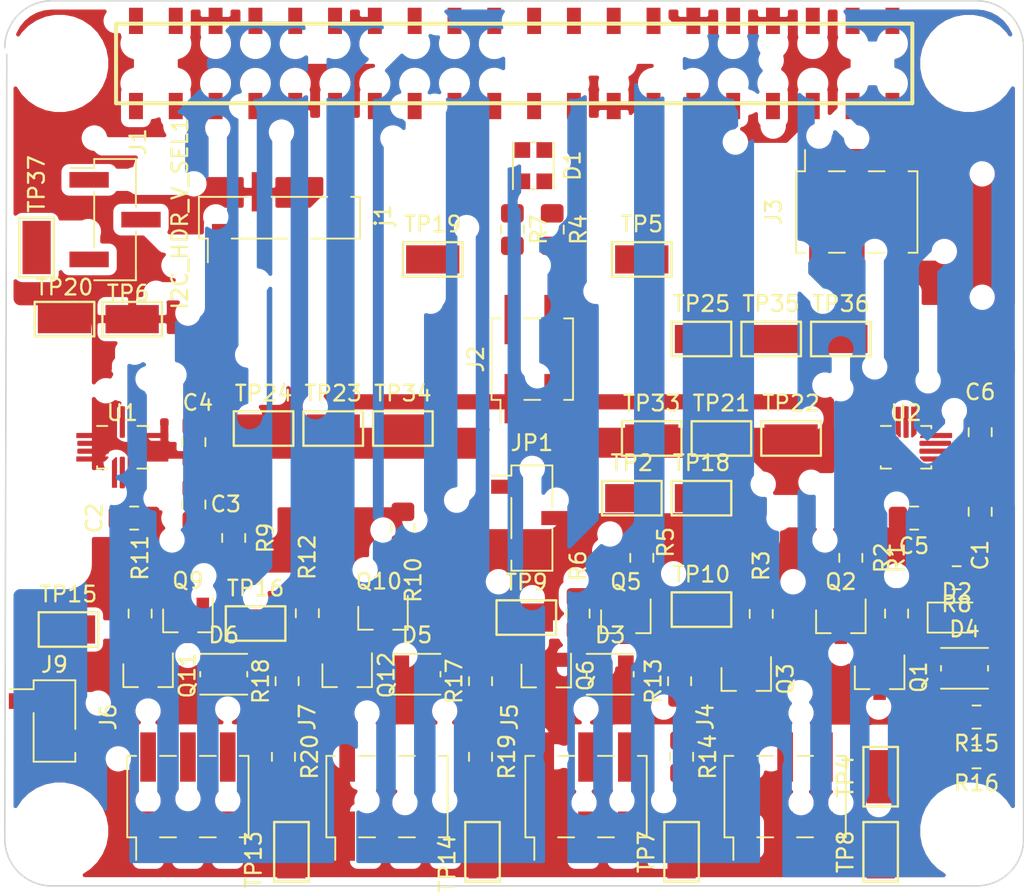
<source format=kicad_pcb>
(kicad_pcb (version 20171130) (host pcbnew 5.1.8+dfsg1-1)
  (layers (0 F.Cu signal) (31 B.Cu signal) (34 B.Paste user) (35 F.Paste user) (36 B.SilkS user) (37 F.SilkS user) (38 B.Mask user hide) (39 F.Mask user) (44 Edge.Cuts user))
  (net 0 "")
  (net 1 "Net-(J1-Pad3)")
  (net 2 "Net-(J1-Pad5)")
  (net 3 +3V3)
  (net 4 GND)
  (net 5 /sensors/SENSE_1_POWER)
  (net 6 SPI_0_CE_0)
  (net 7 SPI_0_CE_1)
  (net 8 +5V)
  (net 9 SPI_0_CLK)
  (net 10 SPI_0_MISO)
  (net 11 SPI_0_MOSI)
  (net 12 MOTOR_4_DIRECTION)
  (net 13 MOTOR_4_STEP)
  (net 14 MOTOR_1_STEP)
  (net 15 MOTOR_3_STEP)
  (net 16 MOTOR_3_DIRECTION)
  (net 17 MOTOR_2_STEP)
  (net 18 MOTOR_1_DIRECTION)
  (net 19 MOTOR_2_DIRECTION)
  (net 20 "Net-(Q1-Pad1)")
  (net 21 "Net-(Q2-Pad1)")
  (net 22 "Net-(Q3-Pad1)")
  (net 23 "Net-(Q5-Pad1)")
  (net 24 "Net-(Q6-Pad1)")
  (net 25 "Net-(Q9-Pad1)")
  (net 26 "Net-(Q10-Pad1)")
  (net 27 "Net-(Q11-Pad1)")
  (net 28 "Net-(Q12-Pad1)")
  (net 29 VD)
  (net 30 VS)
  (net 31 SENSE_2_INT_1)
  (net 32 SENSE_1_INT_1)
  (net 33 /sensors/SENSE_2_POWER)
  (net 34 SENSE_2_INT_2)
  (net 35 SENSE_1_INT_2)
  (net 36 "Net-(I2C_HDR_V_SEL1-Pad2)")
  (net 37 "Net-(D1-Pad3)")
  (net 38 "Net-(D1-Pad4)")
  (net 39 MOTOR_EN_OUT)
  (net 40 "Net-(D2-Pad2)")
  (net 41 "Net-(D3-Pad4)")
  (net 42 "Net-(D3-Pad2)")
  (net 43 "Net-(D3-Pad3)")
  (net 44 "Net-(D3-Pad1)")
  (net 45 "Net-(D4-Pad4)")
  (net 46 "Net-(D4-Pad2)")
  (net 47 "Net-(D4-Pad3)")
  (net 48 "Net-(D4-Pad1)")
  (net 49 "Net-(D5-Pad4)")
  (net 50 "Net-(D5-Pad2)")
  (net 51 "Net-(D5-Pad3)")
  (net 52 "Net-(D5-Pad1)")
  (net 53 "Net-(D6-Pad1)")
  (net 54 "Net-(D6-Pad3)")
  (net 55 "Net-(D6-Pad2)")
  (net 56 "Net-(D6-Pad4)")
  (net 57 MOTOR_EN)
  (module RPi_Hat_Template:LGA-14_3x2.5mm_P0.5mm_LayoutBorder3x4y_for_6mil_board (layer F.Cu) (at 57.5 28.5)
    (fp_text reference U2 (at 0 -2.2) (layer F.SilkS))
    (fp_text value LSM6DS3)
    (pad 14 smd custom (at -0.5 -0.9125) (size 0.1778 0.1778) (layers F.Cu F.Paste F.Mask) (net 11 SPI_0_MOSI) (clearance 0.1524) (options (clearance outline) (anchor circle)) (primitives (gr_poly (pts (xy -0.125 -1.6375) (xy 0.125 -1.6375) (xy 0.125 0.2375) (xy 0.081066 0.2375) (xy -0.125 0.031434)) (width 0.0762))))
    (pad 13 smd roundrect (at 0 -1.6125) (size 0.3302 2.025) (layers F.Cu F.Paste F.Mask) (net 9 SPI_0_CLK) (clearance 0.1524))
    (pad 12 smd custom (at 0.5 -0.9125) (size 0.223223 0.223223) (layers F.Cu F.Paste F.Mask) (net 7 SPI_0_CE_1) (options (clearance outline) (anchor circle)) (primitives (gr_poly (pts (xy -0.125 -1.6375) (xy 0.125 -1.6375) (xy 0.125 0.031434) (xy -0.081066 0.2375) (xy -0.125 0.2375)) (width 0.0992))))
    (pad 11 smd custom (at 1.1625 -0.75) (size 0.223223 0.223223) (layers F.Cu F.Paste F.Mask) (options (clearance outline) (anchor circle)) (primitives (gr_poly (pts (xy -0.2375 0.081066) (xy -0.031434 -0.125) (xy 1.7375 -0.125) (xy 1.7375 0.125) (xy -0.2375 0.125)) (width 0.0762))))
    (pad 10 smd roundrect (at 1.8625 -0.25) (size 2.025 0.3302) (layers F.Cu F.Paste F.Mask))
    (pad 9 smd roundrect (at 1.8625 0.25) (size 2.025 0.3302) (layers F.Cu F.Paste F.Mask) (net 34 SENSE_2_INT_2))
    (pad 8 smd custom (at 1.1625 0.75) (size 0.223223 0.223223) (layers F.Cu F.Paste F.Mask) (net 33 /sensors/SENSE_2_POWER) (options (clearance outline) (anchor circle)) (primitives (gr_poly (pts (xy -0.2375 -0.125) (xy 1.7375 -0.125) (xy 1.7375 0.125) (xy -0.031434 0.125) (xy -0.2375 -0.081066)) (width 0.0762))))
    (pad 7 smd custom (at 0.5 0.9125) (size 0.223223 0.223223) (layers F.Cu F.Paste F.Mask) (net 4 GND) (options (clearance outline) (anchor circle)) (primitives (gr_poly (pts (xy -0.125 -0.2375) (xy -0.081066 -0.2375) (xy 0.125 -0.031434) (xy 0.125 1.6375) (xy -0.125 1.6375)) (width 0.0762))))
    (pad 6 smd roundrect (at 0 1.6125) (size 0.3302 2.025) (layers F.Cu F.Paste F.Mask) (net 4 GND))
    (pad 5 smd custom (at -0.5 0.9125) (size 0.223223 0.223223) (layers F.Cu F.Paste F.Mask) (net 33 /sensors/SENSE_2_POWER) (options (clearance outline) (anchor circle)) (primitives (gr_poly (pts (xy -0.125 -0.031434) (xy 0.081066 -0.2375) (xy 0.125 -0.2375) (xy 0.125 1.6375) (xy -0.125 1.6375)) (width 0.0762))))
    (pad 4 smd custom (at -1.1625 0.75) (size 0.223223 0.223223) (layers F.Cu F.Paste F.Mask) (net 31 SENSE_2_INT_1) (options (clearance outline) (anchor circle)) (primitives (gr_poly (pts (xy -1.7375 -0.125) (xy 0.2375 -0.125) (xy 0.2375 -0.081066) (xy 0.031434 0.125) (xy -1.7375 0.125)) (width 0.0762))))
    (pad 3 smd roundrect (at -1.8625 0.25) (size 2.025 0.3302) (layers F.Cu F.Paste F.Mask) (net 4 GND))
    (pad 2 smd roundrect (at -1.8625 -0.25) (size 2.025 0.3302) (layers F.Cu F.Paste F.Mask) (net 4 GND))
    (pad 1 smd custom (at -1.1625 -0.75) (size 0.223223 0.223223) (layers F.Cu F.Paste F.Mask) (net 10 SPI_0_MISO) (options (clearance outline) (anchor circle)) (primitives (gr_poly (pts (xy -1.7375 -0.125) (xy 0.031434 -0.125) (xy 0.2375 0.081066) (xy 0.2375 0.125) (xy -1.7375 0.125)) (width 0.0762))))
  )
  (module RPi_Hat_Template:LGA-14_3x2.5mm_P0.5mm_LayoutBorder3x4y_for_6mil_board (layer F.Cu) (at 7.5 28.5)
    (fp_text reference U1 (at 0 -2.2) (layer F.SilkS))
    (fp_text value LSM6DS3)
    (pad 14 smd custom (at -0.5 -0.9125) (size 0.1778 0.1778) (layers F.Cu F.Paste F.Mask) (net 11 SPI_0_MOSI) (clearance 0.1524) (options (clearance outline) (anchor circle)) (primitives (gr_poly (pts (xy -0.125 -1.6375) (xy 0.125 -1.6375) (xy 0.125 0.2375) (xy 0.081066 0.2375) (xy -0.125 0.031434)) (width 0.0762))))
    (pad 13 smd roundrect (at 0 -1.6125) (size 0.3302 2.025) (layers F.Cu F.Paste F.Mask) (net 9 SPI_0_CLK) (clearance 0.1524))
    (pad 12 smd custom (at 0.5 -0.9125) (size 0.223223 0.223223) (layers F.Cu F.Paste F.Mask) (net 6 SPI_0_CE_0) (options (clearance outline) (anchor circle)) (primitives (gr_poly (pts (xy -0.125 -1.6375) (xy 0.125 -1.6375) (xy 0.125 0.031434) (xy -0.081066 0.2375) (xy -0.125 0.2375)) (width 0.0992))))
    (pad 11 smd custom (at 1.1625 -0.75) (size 0.223223 0.223223) (layers F.Cu F.Paste F.Mask) (options (clearance outline) (anchor circle)) (primitives (gr_poly (pts (xy -0.2375 0.081066) (xy -0.031434 -0.125) (xy 1.7375 -0.125) (xy 1.7375 0.125) (xy -0.2375 0.125)) (width 0.0762))))
    (pad 10 smd roundrect (at 1.8625 -0.25) (size 2.025 0.3302) (layers F.Cu F.Paste F.Mask))
    (pad 9 smd roundrect (at 1.8625 0.25) (size 2.025 0.3302) (layers F.Cu F.Paste F.Mask) (net 35 SENSE_1_INT_2))
    (pad 8 smd custom (at 1.1625 0.75) (size 0.223223 0.223223) (layers F.Cu F.Paste F.Mask) (net 5 /sensors/SENSE_1_POWER) (options (clearance outline) (anchor circle)) (primitives (gr_poly (pts (xy -0.2375 -0.125) (xy 1.7375 -0.125) (xy 1.7375 0.125) (xy -0.031434 0.125) (xy -0.2375 -0.081066)) (width 0.0762))))
    (pad 7 smd custom (at 0.5 0.9125) (size 0.223223 0.223223) (layers F.Cu F.Paste F.Mask) (net 4 GND) (options (clearance outline) (anchor circle)) (primitives (gr_poly (pts (xy -0.125 -0.2375) (xy -0.081066 -0.2375) (xy 0.125 -0.031434) (xy 0.125 1.6375) (xy -0.125 1.6375)) (width 0.0762))))
    (pad 6 smd roundrect (at 0 1.6125) (size 0.3302 2.025) (layers F.Cu F.Paste F.Mask) (net 4 GND))
    (pad 5 smd custom (at -0.5 0.9125) (size 0.223223 0.223223) (layers F.Cu F.Paste F.Mask) (net 5 /sensors/SENSE_1_POWER) (options (clearance outline) (anchor circle)) (primitives (gr_poly (pts (xy -0.125 -0.031434) (xy 0.081066 -0.2375) (xy 0.125 -0.2375) (xy 0.125 1.6375) (xy -0.125 1.6375)) (width 0.0762))))
    (pad 4 smd custom (at -1.1625 0.75) (size 0.223223 0.223223) (layers F.Cu F.Paste F.Mask) (net 32 SENSE_1_INT_1) (options (clearance outline) (anchor circle)) (primitives (gr_poly (pts (xy -1.7375 -0.125) (xy 0.2375 -0.125) (xy 0.2375 -0.081066) (xy 0.031434 0.125) (xy -1.7375 0.125)) (width 0.0762))))
    (pad 3 smd roundrect (at -1.8625 0.25) (size 2.025 0.3302) (layers F.Cu F.Paste F.Mask) (net 4 GND))
    (pad 2 smd roundrect (at -1.8625 -0.25) (size 2.025 0.3302) (layers F.Cu F.Paste F.Mask) (net 4 GND))
    (pad 1 smd custom (at -1.1625 -0.75) (size 0.223223 0.223223) (layers F.Cu F.Paste F.Mask) (net 10 SPI_0_MISO) (options (clearance outline) (anchor circle)) (primitives (gr_poly (pts (xy -1.7375 -0.125) (xy 0.031434 -0.125) (xy 0.2375 0.081066) (xy 0.2375 0.125) (xy -1.7375 0.125)) (width 0.0762))))
  )
  (module TestPoint:TestPoint_Keystone_5015_Micro-Minature (layer F.Cu) (at 44.45 21.59)
    (fp_text reference TP25 (at 0 -2.25) (layer F.SilkS))
    (fp_text value SEN1MISO_M)
    (pad 1 smd rect (at 0 0) (size 3.4 1.8) (layers F.Cu F.Paste F.Mask) (net 10 SPI_0_MISO))
  )
  (module TestPoint:TestPoint_Keystone_5015_Micro-Minature (layer F.Cu) (at 40.64 16.51)
    (fp_text reference TP5 (at 0 -2.25) (layer F.SilkS))
    (fp_text value SENSE_2_POWER)
    (pad 1 smd rect (at 0 0) (size 3.4 1.8) (layers F.Cu F.Paste F.Mask) (net 33 /sensors/SENSE_2_POWER))
  )
  (module Connector_PinSocket_2.54mm:PinSocket_2x03_P2.54mm_Vertical_SMD (layer F.Cu) (at 54.356 13.482 90)
    (fp_text reference J3 (at 0 -5.31 90) (layer F.SilkS))
    (fp_text value Conn_02x03_Odd_Even)
    (pad 6 smd rect (at -2.52 2.54 90) (size 3 1) (layers F.Cu F.Paste F.Mask) (net 11 SPI_0_MOSI))
    (pad 5 smd rect (at 2.52 2.54 90) (size 3 1) (layers F.Cu F.Paste F.Mask) (net 4 GND))
    (pad 4 smd rect (at -2.52 0 90) (size 3 1) (layers F.Cu F.Paste F.Mask) (net 9 SPI_0_CLK))
    (pad 3 smd rect (at 2.52 0 90) (size 3 1) (layers F.Cu F.Paste F.Mask) (net 7 SPI_0_CE_1))
    (pad 2 smd rect (at -2.52 -2.54 90) (size 3 1) (layers F.Cu F.Paste F.Mask) (net 10 SPI_0_MISO))
    (pad 1 smd rect (at 2.52 -2.54 90) (size 3 1) (layers F.Cu F.Paste F.Mask) (net 6 SPI_0_CE_0))
  )
  (module Connector_PinHeader_2.54mm:PinHeader_2x02_P2.54mm_Vertical_SMD (layer F.Cu) (at 33.655 22.875 90)
    (fp_text reference J2 (at 0 -3.6 90) (layer F.SilkS))
    (fp_text value SEN_POW_EN)
    (pad 4 smd rect (at 2.525 1.27 90) (size 3.15 1) (layers F.Cu F.Paste F.Mask) (net 33 /sensors/SENSE_2_POWER))
    (pad 3 smd rect (at -2.525 1.27 90) (size 3.15 1) (layers F.Cu F.Paste F.Mask) (net 3 +3V3))
    (pad 2 smd rect (at 2.525 -1.27 90) (size 3.15 1) (layers F.Cu F.Paste F.Mask) (net 5 /sensors/SENSE_1_POWER))
    (pad 1 smd rect (at -2.525 -1.27 90) (size 3.15 1) (layers F.Cu F.Paste F.Mask) (net 3 +3V3))
  )
  (module Connector_PinHeader_2.54mm:PinHeader_1x03_P2.54mm_Vertical_SMD_Pin1Left (layer F.Cu) (at 7.036 13.97)
    (fp_text reference I2C_HDR_V_SEL1 (at 4.14 -0.381 90) (layer F.SilkS))
    (fp_text value Jumper_3_Open)
    (pad 2 smd rect (at 1.655 0) (size 2.51 1) (layers F.Cu F.Paste F.Mask) (net 36 "Net-(I2C_HDR_V_SEL1-Pad2)"))
    (pad 3 smd rect (at -1.655 2.54) (size 2.51 1) (layers F.Cu F.Paste F.Mask) (net 8 +5V))
    (pad 1 smd rect (at -1.655 -2.54) (size 2.51 1) (layers F.Cu F.Paste F.Mask) (net 3 +3V3))
  )
  (module Capacitor_SMD:C_0805_2012Metric_Pad1.18x1.45mm_HandSolder (layer F.Cu) (at 62.23 27.5375 90)
    (fp_text reference C6 (at 2.5615 0 180) (layer F.SilkS))
    (fp_text value 0.1uF)
    (pad 2 smd roundrect (at 1.0375 0 90) (size 1.175 1.45) (layers F.Cu F.Paste F.Mask) (roundrect_rratio 0.2127659574468085) (net 4 GND))
    (pad 1 smd roundrect (at -1.0375 0 90) (size 1.175 1.45) (layers F.Cu F.Paste F.Mask) (roundrect_rratio 0.2127659574468085) (net 33 /sensors/SENSE_2_POWER))
  )
  (module Capacitor_SMD:C_0805_2012Metric_Pad1.18x1.45mm_HandSolder (layer F.Cu) (at 58.0175 33.02)
    (fp_text reference C5 (at -0.0215 1.778) (layer F.SilkS))
    (fp_text value 0.1uF)
    (pad 2 smd roundrect (at 1.0375 0) (size 1.175 1.45) (layers F.Cu F.Paste F.Mask) (roundrect_rratio 0.2127659574468085) (net 4 GND))
    (pad 1 smd roundrect (at -1.0375 0) (size 1.175 1.45) (layers F.Cu F.Paste F.Mask) (roundrect_rratio 0.2127659574468085) (net 33 /sensors/SENSE_2_POWER))
  )
  (module Capacitor_SMD:C_0805_2012Metric_Pad1.18x1.45mm_HandSolder (layer F.Cu) (at 62.23 32.6175 270)
    (fp_text reference C1 (at 2.7725 0 90) (layer F.SilkS))
    (fp_text value 10uF)
    (pad 2 smd roundrect (at 1.0375 0 270) (size 1.175 1.45) (layers F.Cu F.Paste F.Mask) (roundrect_rratio 0.2127659574468085) (net 4 GND))
    (pad 1 smd roundrect (at -1.0375 0 270) (size 1.175 1.45) (layers F.Cu F.Paste F.Mask) (roundrect_rratio 0.2127659574468085) (net 33 /sensors/SENSE_2_POWER))
  )
  (module RPi_Hat:Samtec_HLE-120-02-XXX-DV-BE-XX-XX (layer F.Cu) (at 32.5 4 90)
    (fp_text reference J1 (at -5 -24 90) (layer F.SilkS))
    (fp_text value RPi_GPIO)
    (pad 34 smd rect (at 2.7178 16.51 180) (size 0.889 1.6764) (layers F.Cu F.Paste F.Mask) (net 4 GND))
    (pad 36 smd rect (at 2.7178 19.05 180) (size 0.889 1.6764) (layers F.Cu F.Paste F.Mask))
    (pad 40 smd rect (at 2.7178 24.13 180) (size 0.889 1.6764) (layers F.Cu F.Paste F.Mask))
    (pad 38 smd rect (at 2.7178 21.59 180) (size 0.889 1.6764) (layers F.Cu F.Paste F.Mask))
    (pad 18 smd rect (at 2.7178 -3.81 180) (size 0.889 1.6764) (layers F.Cu F.Paste F.Mask) (net 12 MOTOR_4_DIRECTION))
    (pad 20 smd rect (at 2.7178 -1.27 180) (size 0.889 1.6764) (layers F.Cu F.Paste F.Mask) (net 4 GND))
    (pad 24 smd rect (at 2.7178 3.81 180) (size 0.889 1.6764) (layers F.Cu F.Paste F.Mask) (net 6 SPI_0_CE_0))
    (pad 22 smd rect (at 2.7178 1.27 180) (size 0.889 1.6764) (layers F.Cu F.Paste F.Mask))
    (pad 30 smd rect (at 2.7178 11.43 180) (size 0.889 1.6764) (layers F.Cu F.Paste F.Mask) (net 4 GND))
    (pad 32 smd rect (at 2.7178 13.97 180) (size 0.889 1.6764) (layers F.Cu F.Paste F.Mask))
    (pad 28 smd rect (at 2.7178 8.89 180) (size 0.889 1.6764) (layers F.Cu F.Paste F.Mask))
    (pad 26 smd rect (at 2.7178 6.35 180) (size 0.889 1.6764) (layers F.Cu F.Paste F.Mask) (net 7 SPI_0_CE_1))
    (pad 10 smd rect (at 2.7178 -13.97 180) (size 0.889 1.6764) (layers F.Cu F.Paste F.Mask) (net 31 SENSE_2_INT_1))
    (pad 12 smd rect (at 2.7178 -11.43 180) (size 0.889 1.6764) (layers F.Cu F.Paste F.Mask))
    (pad 16 smd rect (at 2.7178 -6.35 180) (size 0.889 1.6764) (layers F.Cu F.Paste F.Mask) (net 13 MOTOR_4_STEP))
    (pad 14 smd rect (at 2.7178 -8.89 180) (size 0.889 1.6764) (layers F.Cu F.Paste F.Mask) (net 4 GND))
    (pad 6 smd rect (at 2.7178 -19.05 180) (size 0.889 1.6764) (layers F.Cu F.Paste F.Mask) (net 4 GND))
    (pad 8 smd rect (at 2.7178 -16.51 180) (size 0.889 1.6764) (layers F.Cu F.Paste F.Mask) (net 14 MOTOR_1_STEP))
    (pad 4 smd rect (at 2.7178 -21.59 180) (size 0.889 1.6764) (layers F.Cu F.Paste F.Mask) (net 8 +5V))
    (pad 2 smd rect (at 2.7178 -24.13 180) (size 0.889 1.6764) (layers F.Cu F.Paste F.Mask) (net 8 +5V))
    (pad 39 smd rect (at -2.7178 24.13 180) (size 0.889 1.6764) (layers F.Cu F.Paste F.Mask) (net 4 GND))
    (pad 37 smd rect (at -2.7178 21.59 180) (size 0.889 1.6764) (layers F.Cu F.Paste F.Mask) (net 32 SENSE_1_INT_1))
    (pad 33 smd rect (at -2.7178 16.51 180) (size 0.889 1.6764) (layers F.Cu F.Paste F.Mask) (net 15 MOTOR_3_STEP))
    (pad 35 smd rect (at -2.7178 19.05 180) (size 0.889 1.6764) (layers F.Cu F.Paste F.Mask))
    (pad 27 smd rect (at -2.7178 8.89 180) (size 0.889 1.6764) (layers F.Cu F.Paste F.Mask))
    (pad 25 smd rect (at -2.7178 6.35 180) (size 0.889 1.6764) (layers F.Cu F.Paste F.Mask) (net 4 GND))
    (pad 29 smd rect (at -2.7178 11.43 180) (size 0.889 1.6764) (layers F.Cu F.Paste F.Mask) (net 16 MOTOR_3_DIRECTION))
    (pad 31 smd rect (at -2.7178 13.97 180) (size 0.889 1.6764) (layers F.Cu F.Paste F.Mask) (net 17 MOTOR_2_STEP))
    (pad 23 smd rect (at -2.7178 3.81 180) (size 0.889 1.6764) (layers F.Cu F.Paste F.Mask) (net 9 SPI_0_CLK))
    (pad 21 smd rect (at -2.7178 1.27 180) (size 0.889 1.6764) (layers F.Cu F.Paste F.Mask) (net 10 SPI_0_MISO))
    (pad 17 smd rect (at -2.7178 -3.81 180) (size 0.889 1.6764) (layers F.Cu F.Paste F.Mask) (net 3 +3V3))
    (pad 19 smd rect (at -2.7178 -1.27 180) (size 0.889 1.6764) (layers F.Cu F.Paste F.Mask) (net 11 SPI_0_MOSI))
    (pad 3 smd rect (at -2.7178 -21.59 180) (size 0.889 1.6764) (layers F.Cu F.Paste F.Mask) (net 1 "Net-(J1-Pad3)"))
    (pad 1 smd rect (at -2.7178 -24.13 180) (size 0.889 1.6764) (layers F.Cu F.Paste F.Mask) (net 3 +3V3))
    (pad 5 smd rect (at -2.7178 -19.05 180) (size 0.889 1.6764) (layers F.Cu F.Paste F.Mask) (net 2 "Net-(J1-Pad5)"))
    (pad 7 smd rect (at -2.7178 -16.51 180) (size 0.889 1.6764) (layers F.Cu F.Paste F.Mask) (net 18 MOTOR_1_DIRECTION))
    (pad 15 smd rect (at -2.7178 -6.35 180) (size 0.889 1.6764) (layers F.Cu F.Paste F.Mask) (net 57 MOTOR_EN))
    (pad 13 smd rect (at -2.7178 -8.89 180) (size 0.889 1.6764) (layers F.Cu F.Paste F.Mask) (net 19 MOTOR_2_DIRECTION))
    (pad "" np_thru_hole circle (at -1.27 3.81) (size 0.9652 0.9652) (drill 0.9652) (layers *.Cu *.Mask F.SilkS))
    (pad "" np_thru_hole circle (at -1.27 1.27) (size 0.9652 0.9652) (drill 0.9652) (layers *.Cu *.Mask F.SilkS))
    (pad "" np_thru_hole circle (at -1.27 6.35) (size 0.9652 0.9652) (drill 0.9652) (layers *.Cu *.Mask F.SilkS))
    (pad "" np_thru_hole circle (at -1.27 8.89) (size 0.9652 0.9652) (drill 0.9652) (layers *.Cu *.Mask F.SilkS))
    (pad "" np_thru_hole circle (at -1.27 19.05) (size 0.9652 0.9652) (drill 0.9652) (layers *.Cu *.Mask F.SilkS))
    (pad "" np_thru_hole circle (at -1.27 16.51) (size 0.9652 0.9652) (drill 0.9652) (layers *.Cu *.Mask F.SilkS))
    (pad "" np_thru_hole circle (at -1.27 11.43) (size 0.9652 0.9652) (drill 0.9652) (layers *.Cu *.Mask F.SilkS))
    (pad "" np_thru_hole circle (at -1.27 13.97) (size 0.9652 0.9652) (drill 0.9652) (layers *.Cu *.Mask F.SilkS))
    (pad "" np_thru_hole circle (at -1.27 21.59) (size 0.9652 0.9652) (drill 0.9652) (layers *.Cu *.Mask F.SilkS))
    (pad "" np_thru_hole circle (at -1.27 24.13) (size 0.9652 0.9652) (drill 0.9652) (layers *.Cu *.Mask F.SilkS))
    (pad "" np_thru_hole circle (at -1.27 -1.27) (size 0.9652 0.9652) (drill 0.9652) (layers *.Cu *.Mask F.SilkS))
    (pad "" np_thru_hole circle (at -1.27 -3.81) (size 0.9652 0.9652) (drill 0.9652) (layers *.Cu *.Mask F.SilkS))
    (pad "" np_thru_hole circle (at -1.27 -11.43) (size 0.9652 0.9652) (drill 0.9652) (layers *.Cu *.Mask F.SilkS))
    (pad "" np_thru_hole circle (at -1.27 -13.97) (size 0.9652 0.9652) (drill 0.9652) (layers *.Cu *.Mask F.SilkS))
    (pad "" np_thru_hole circle (at -1.27 -8.89) (size 0.9652 0.9652) (drill 0.9652) (layers *.Cu *.Mask F.SilkS))
    (pad "" np_thru_hole circle (at -1.27 -6.35) (size 0.9652 0.9652) (drill 0.9652) (layers *.Cu *.Mask F.SilkS))
    (pad "" np_thru_hole circle (at -1.27 -16.51) (size 0.9652 0.9652) (drill 0.9652) (layers *.Cu *.Mask F.SilkS))
    (pad "" np_thru_hole circle (at -1.27 -19.05) (size 0.9652 0.9652) (drill 0.9652) (layers *.Cu *.Mask F.SilkS))
    (pad "" np_thru_hole circle (at -1.27 -24.13) (size 0.9652 0.9652) (drill 0.9652) (layers *.Cu *.Mask F.SilkS))
    (pad "" np_thru_hole circle (at -1.27 -21.59) (size 0.9652 0.9652) (drill 0.9652) (layers *.Cu *.Mask F.SilkS))
    (pad "" np_thru_hole circle (at 1.27 -21.59) (size 0.9652 0.9652) (drill 0.9652) (layers *.Cu *.Mask F.SilkS))
    (pad "" np_thru_hole circle (at 1.27 -24.13) (size 0.9652 0.9652) (drill 0.9652) (layers *.Cu *.Mask F.SilkS))
    (pad "" np_thru_hole circle (at 1.27 -19.05) (size 0.9652 0.9652) (drill 0.9652) (layers *.Cu *.Mask F.SilkS))
    (pad "" np_thru_hole circle (at 1.27 -16.51) (size 0.9652 0.9652) (drill 0.9652) (layers *.Cu *.Mask F.SilkS))
    (pad "" np_thru_hole circle (at 1.27 -6.35) (size 0.9652 0.9652) (drill 0.9652) (layers *.Cu *.Mask F.SilkS))
    (pad "" np_thru_hole circle (at 1.27 -8.89) (size 0.9652 0.9652) (drill 0.9652) (layers *.Cu *.Mask F.SilkS))
    (pad "" np_thru_hole circle (at 1.27 -13.97) (size 0.9652 0.9652) (drill 0.9652) (layers *.Cu *.Mask F.SilkS))
    (pad "" np_thru_hole circle (at 1.27 -11.43) (size 0.9652 0.9652) (drill 0.9652) (layers *.Cu *.Mask F.SilkS))
    (pad "" np_thru_hole circle (at 1.27 -3.81) (size 0.9652 0.9652) (drill 0.9652) (layers *.Cu *.Mask F.SilkS))
    (pad "" np_thru_hole circle (at 1.27 -1.27) (size 0.9652 0.9652) (drill 0.9652) (layers *.Cu *.Mask F.SilkS))
    (pad "" np_thru_hole circle (at 1.27 24.13) (size 0.9652 0.9652) (drill 0.9652) (layers *.Cu *.Mask F.SilkS))
    (pad "" np_thru_hole circle (at 1.27 21.59) (size 0.9652 0.9652) (drill 0.9652) (layers *.Cu *.Mask F.SilkS))
    (pad "" np_thru_hole circle (at 1.27 13.97) (size 0.9652 0.9652) (drill 0.9652) (layers *.Cu *.Mask F.SilkS))
    (pad "" np_thru_hole circle (at 1.27 11.43) (size 0.9652 0.9652) (drill 0.9652) (layers *.Cu *.Mask F.SilkS))
    (pad "" np_thru_hole circle (at 1.27 16.51) (size 0.9652 0.9652) (drill 0.9652) (layers *.Cu *.Mask F.SilkS))
    (pad "" np_thru_hole circle (at 1.27 19.05) (size 0.9652 0.9652) (drill 0.9652) (layers *.Cu *.Mask F.SilkS))
    (pad "" np_thru_hole circle (at 1.27 8.89) (size 0.9652 0.9652) (drill 0.9652) (layers *.Cu *.Mask F.SilkS))
    (pad "" np_thru_hole circle (at 1.27 6.35) (size 0.9652 0.9652) (drill 0.9652) (layers *.Cu *.Mask F.SilkS))
    (pad "" np_thru_hole circle (at 1.27 1.27) (size 0.9652 0.9652) (drill 0.9652) (layers *.Cu *.Mask F.SilkS))
    (pad "" np_thru_hole circle (at 1.27 3.81) (size 0.9652 0.9652) (drill 0.9652) (layers *.Cu *.Mask F.SilkS))
    (pad 9 smd rect (at -2.7178 -13.97 180) (size 0.889 1.6764) (layers F.Cu F.Paste F.Mask) (net 4 GND))
    (pad 11 smd rect (at -2.7178 -11.43 180) (size 0.889 1.6764) (layers F.Cu F.Paste F.Mask))
    (pad "" np_thru_hole circle (at 0 -22.86) (size 1.778 1.778) (drill 1.778) (layers *.Cu *.Mask F.SilkS))
    (pad "" np_thru_hole circle (at 0 22.86) (size 1.778 1.778) (drill 1.778) (layers *.Cu *.Mask F.SilkS))
  )
  (module RPi_Hat:RPi_Hat_Mounting_Hole (layer F.Cu) (at 61.5 4)
    (fp_text reference "" hide)
    (fp_text value "" hide)
    (pad "" np_thru_hole circle (at 0 0) (size 2.75 2.75) (drill 2.75) (layers *.Cu *.Mask) (clearance 1.725))
  )
  (module RPi_Hat:RPi_Hat_Mounting_Hole (layer F.Cu) (at 61.5 53)
    (fp_text reference "" hide)
    (fp_text value "" hide)
    (pad "" np_thru_hole circle (at 0 0) (size 2.75 2.75) (drill 2.75) (layers *.Cu *.Mask) (clearance 1.725))
  )
  (module RPi_Hat:RPi_Hat_Mounting_Hole (layer F.Cu) (at 3.5 53)
    (fp_text reference "" hide)
    (fp_text value "" hide)
    (pad "" np_thru_hole circle (at 0 0) (size 2.75 2.75) (drill 2.75) (layers *.Cu *.Mask) (clearance 1.725))
  )
  (module RPi_Hat:RPi_Hat_Mounting_Hole (layer F.Cu) (at 3.5 4)
    (fp_text reference "" hide)
    (fp_text value "" hide)
    (pad "" np_thru_hole circle (at 0 0) (size 2.75 2.75) (drill 2.75) (layers *.Cu *.Mask) (clearance 1.725))
  )
  (module Capacitor_SMD:C_0805_2012Metric_Pad1.18x1.45mm_HandSolder (layer F.Cu) (at 8.255 33.02)
    (fp_text reference C2 (at -2.54 0 270) (layer F.SilkS))
    (fp_text value 0.1uF)
    (pad 2 smd roundrect (at 1.0375 0) (size 1.175 1.45) (layers F.Cu F.Paste F.Mask) (roundrect_rratio 0.2127659574468085) (net 4 GND))
    (pad 1 smd roundrect (at -1.0375 0) (size 1.175 1.45) (layers F.Cu F.Paste F.Mask) (roundrect_rratio 0.2127659574468085) (net 5 /sensors/SENSE_1_POWER))
  )
  (module Capacitor_SMD:C_0805_2012Metric_Pad1.18x1.45mm_HandSolder (layer F.Cu) (at 12.065 32.1525 270)
    (fp_text reference C3 (at -0.0215 -2.032 180) (layer F.SilkS))
    (fp_text value 0.1uF)
    (pad 1 smd roundrect (at -1.0375 0 270) (size 1.175 1.45) (layers F.Cu F.Paste F.Mask) (roundrect_rratio 0.2127659574468085) (net 5 /sensors/SENSE_1_POWER))
    (pad 2 smd roundrect (at 1.0375 0 270) (size 1.175 1.45) (layers F.Cu F.Paste F.Mask) (roundrect_rratio 0.2127659574468085) (net 4 GND))
  )
  (module Capacitor_SMD:C_0805_2012Metric_Pad1.18x1.45mm_HandSolder (layer F.Cu) (at 12.065 28.1725 90)
    (fp_text reference C4 (at 2.5185 0.254 180) (layer F.SilkS))
    (fp_text value 10uF)
    (pad 2 smd roundrect (at 1.0375 0 90) (size 1.175 1.45) (layers F.Cu F.Paste F.Mask) (roundrect_rratio 0.2127659574468085) (net 4 GND))
    (pad 1 smd roundrect (at -1.0375 0 90) (size 1.175 1.45) (layers F.Cu F.Paste F.Mask) (roundrect_rratio 0.2127659574468085) (net 5 /sensors/SENSE_1_POWER))
  )
  (module Connector_PinHeader_2.54mm:PinHeader_1x04_P2.54mm_Vertical_SMD_Pin1Left (layer F.Cu) (at 17.526 13.847 90)
    (fp_text reference j1 (at 0.131 6.604 270) (layer F.SilkS))
    (fp_text value I2C_1)
    (pad 1 smd rect (at -1.655 -3.81 90) (size 2.51 1) (layers F.Cu F.Paste F.Mask) (net 36 "Net-(I2C_HDR_V_SEL1-Pad2)"))
    (pad 3 smd rect (at -1.655 1.27 90) (size 2.51 1) (layers F.Cu F.Paste F.Mask) (net 1 "Net-(J1-Pad3)"))
    (pad 2 smd rect (at 1.655 -1.27 90) (size 2.51 1) (layers F.Cu F.Paste F.Mask) (net 4 GND))
    (pad 4 smd rect (at 1.655 3.81 90) (size 2.51 1) (layers F.Cu F.Paste F.Mask) (net 2 "Net-(J1-Pad5)"))
  )
  (module Connector_PinHeader_2.54mm:PinHeader_2x03_P2.54mm_Vertical_SMD (layer F.Cu) (at 49.784 50.8 90)
    (fp_text reference J4 (at 5.095 -5.08 90) (layer F.SilkS))
    (fp_text value MOTOR_1)
    (pad 1 smd rect (at -2.525 -2.54 90) (size 3.15 1) (layers F.Cu F.Paste F.Mask) (net 46 "Net-(D4-Pad2)"))
    (pad 2 smd rect (at 2.525 -2.54 90) (size 3.15 1) (layers F.Cu F.Paste F.Mask) (net 29 VD))
    (pad 3 smd rect (at -2.525 0 90) (size 3.15 1) (layers F.Cu F.Paste F.Mask) (net 48 "Net-(D4-Pad1)"))
    (pad 4 smd rect (at 2.525 0 90) (size 3.15 1) (layers F.Cu F.Paste F.Mask) (net 29 VD))
    (pad 5 smd rect (at -2.525 2.54 90) (size 3.15 1) (layers F.Cu F.Paste F.Mask) (net 39 MOTOR_EN_OUT))
    (pad 6 smd rect (at 2.525 2.54 90) (size 3.15 1) (layers F.Cu F.Paste F.Mask) (net 29 VD))
  )
  (module Connector_PinHeader_2.54mm:PinHeader_2x03_P2.54mm_Vertical_SMD (layer F.Cu) (at 37.084 50.8 90)
    (fp_text reference J5 (at 5.08 -4.87 90) (layer F.SilkS))
    (fp_text value MOTOR_2)
    (pad 6 smd rect (at 2.525 2.54 90) (size 3.15 1) (layers F.Cu F.Paste F.Mask) (net 29 VD))
    (pad 5 smd rect (at -2.525 2.54 90) (size 3.15 1) (layers F.Cu F.Paste F.Mask) (net 39 MOTOR_EN_OUT))
    (pad 4 smd rect (at 2.525 0 90) (size 3.15 1) (layers F.Cu F.Paste F.Mask) (net 29 VD))
    (pad 3 smd rect (at -2.525 0 90) (size 3.15 1) (layers F.Cu F.Paste F.Mask) (net 44 "Net-(D3-Pad1)"))
    (pad 2 smd rect (at 2.525 -2.54 90) (size 3.15 1) (layers F.Cu F.Paste F.Mask) (net 29 VD))
    (pad 1 smd rect (at -2.525 -2.54 90) (size 3.15 1) (layers F.Cu F.Paste F.Mask) (net 42 "Net-(D3-Pad2)"))
  )
  (module Connector_PinHeader_2.54mm:PinHeader_2x03_P2.54mm_Vertical_SMD (layer F.Cu) (at 11.684 50.8 90)
    (fp_text reference J6 (at 5.08 -5.08 90) (layer F.SilkS))
    (fp_text value MOTOR_4)
    (pad 1 smd rect (at -2.525 -2.54 90) (size 3.15 1) (layers F.Cu F.Paste F.Mask) (net 55 "Net-(D6-Pad2)"))
    (pad 2 smd rect (at 2.525 -2.54 90) (size 3.15 1) (layers F.Cu F.Paste F.Mask) (net 29 VD))
    (pad 3 smd rect (at -2.525 0 90) (size 3.15 1) (layers F.Cu F.Paste F.Mask) (net 53 "Net-(D6-Pad1)"))
    (pad 4 smd rect (at 2.525 0 90) (size 3.15 1) (layers F.Cu F.Paste F.Mask) (net 29 VD))
    (pad 5 smd rect (at -2.525 2.54 90) (size 3.15 1) (layers F.Cu F.Paste F.Mask) (net 39 MOTOR_EN_OUT))
    (pad 6 smd rect (at 2.525 2.54 90) (size 3.15 1) (layers F.Cu F.Paste F.Mask) (net 29 VD))
  )
  (module Connector_PinHeader_2.54mm:PinHeader_2x03_P2.54mm_Vertical_SMD (layer F.Cu) (at 24.384 50.8 90)
    (fp_text reference J7 (at 5.08 -5.08 90) (layer F.SilkS))
    (fp_text value MOTOR_3)
    (pad 6 smd rect (at 2.525 2.54 90) (size 3.15 1) (layers F.Cu F.Paste F.Mask) (net 29 VD))
    (pad 5 smd rect (at -2.525 2.54 90) (size 3.15 1) (layers F.Cu F.Paste F.Mask) (net 39 MOTOR_EN_OUT))
    (pad 4 smd rect (at 2.525 0 90) (size 3.15 1) (layers F.Cu F.Paste F.Mask) (net 29 VD))
    (pad 3 smd rect (at -2.525 0 90) (size 3.15 1) (layers F.Cu F.Paste F.Mask) (net 52 "Net-(D5-Pad1)"))
    (pad 2 smd rect (at 2.525 -2.54 90) (size 3.15 1) (layers F.Cu F.Paste F.Mask) (net 29 VD))
    (pad 1 smd rect (at -2.525 -2.54 90) (size 3.15 1) (layers F.Cu F.Paste F.Mask) (net 50 "Net-(D5-Pad2)"))
  )
  (module Package_TO_SOT_SMD:SOT-23 (layer F.Cu) (at 55.814 43.18 270)
    (fp_text reference Q1 (at 0 -2.5 90) (layer F.SilkS))
    (fp_text value MMBT3904)
    (pad 1 smd rect (at -1 -0.95 270) (size 0.9 0.8) (layers F.Cu F.Paste F.Mask) (net 20 "Net-(Q1-Pad1)"))
    (pad 2 smd rect (at -1 0.95 270) (size 0.9 0.8) (layers F.Cu F.Paste F.Mask) (net 4 GND))
    (pad 3 smd rect (at 1 0 270) (size 0.9 0.8) (layers F.Cu F.Paste F.Mask) (net 39 MOTOR_EN_OUT))
  )
  (module Package_TO_SOT_SMD:SOT-23 (layer F.Cu) (at 53.34 39.608 270)
    (fp_text reference Q2 (at -2.524 0 180) (layer F.SilkS))
    (fp_text value MMBT3904)
    (pad 1 smd rect (at -1 -0.95 270) (size 0.9 0.8) (layers F.Cu F.Paste F.Mask) (net 21 "Net-(Q2-Pad1)"))
    (pad 2 smd rect (at -1 0.95 270) (size 0.9 0.8) (layers F.Cu F.Paste F.Mask) (net 4 GND))
    (pad 3 smd rect (at 1 0 270) (size 0.9 0.8) (layers F.Cu F.Paste F.Mask) (net 48 "Net-(D4-Pad1)"))
  )
  (module Package_TO_SOT_SMD:SOT-23 (layer F.Cu) (at 47.305 43.291 270)
    (fp_text reference Q3 (at 0 -2.5 90) (layer F.SilkS))
    (fp_text value MMBT3904)
    (pad 3 smd rect (at 1 0 270) (size 0.9 0.8) (layers F.Cu F.Paste F.Mask) (net 46 "Net-(D4-Pad2)"))
    (pad 2 smd rect (at -1 0.95 270) (size 0.9 0.8) (layers F.Cu F.Paste F.Mask) (net 4 GND))
    (pad 1 smd rect (at -1 -0.95 270) (size 0.9 0.8) (layers F.Cu F.Paste F.Mask) (net 22 "Net-(Q3-Pad1)"))
  )
  (module Package_TO_SOT_SMD:SOT-23 (layer F.Cu) (at 39.624 39.608 270)
    (fp_text reference Q5 (at -2.524 0 180) (layer F.SilkS))
    (fp_text value MMBT3904)
    (pad 3 smd rect (at 1 0 270) (size 0.9 0.8) (layers F.Cu F.Paste F.Mask) (net 44 "Net-(D3-Pad1)"))
    (pad 2 smd rect (at -1 0.95 270) (size 0.9 0.8) (layers F.Cu F.Paste F.Mask) (net 4 GND))
    (pad 1 smd rect (at -1 -0.95 270) (size 0.9 0.8) (layers F.Cu F.Paste F.Mask) (net 23 "Net-(Q5-Pad1)"))
  )
  (module Package_TO_SOT_SMD:SOT-23 (layer F.Cu) (at 34.544 43.069 270)
    (fp_text reference Q6 (at 0 -2.5 90) (layer F.SilkS))
    (fp_text value MMBT3904)
    (pad 3 smd rect (at 1 0 270) (size 0.9 0.8) (layers F.Cu F.Paste F.Mask) (net 42 "Net-(D3-Pad2)"))
    (pad 2 smd rect (at -1 0.95 270) (size 0.9 0.8) (layers F.Cu F.Paste F.Mask) (net 4 GND))
    (pad 1 smd rect (at -1 -0.95 270) (size 0.9 0.8) (layers F.Cu F.Paste F.Mask) (net 24 "Net-(Q6-Pad1)"))
  )
  (module Package_TO_SOT_SMD:SOT-23 (layer F.Cu) (at 11.684 39.55 270)
    (fp_text reference Q9 (at -2.54 0 180) (layer F.SilkS))
    (fp_text value MMBT3904)
    (pad 1 smd rect (at -1 -0.95 270) (size 0.9 0.8) (layers F.Cu F.Paste F.Mask) (net 25 "Net-(Q9-Pad1)"))
    (pad 2 smd rect (at -1 0.95 270) (size 0.9 0.8) (layers F.Cu F.Paste F.Mask) (net 4 GND))
    (pad 3 smd rect (at 1 0 270) (size 0.9 0.8) (layers F.Cu F.Paste F.Mask) (net 53 "Net-(D6-Pad1)"))
  )
  (module Package_TO_SOT_SMD:SOT-23 (layer F.Cu) (at 24.13 39.386 270)
    (fp_text reference Q10 (at -2.329 0.261252 180) (layer F.SilkS))
    (fp_text value MMBT3904)
    (pad 3 smd rect (at 1 0 270) (size 0.9 0.8) (layers F.Cu F.Paste F.Mask) (net 52 "Net-(D5-Pad1)"))
    (pad 2 smd rect (at -1 0.95 270) (size 0.9 0.8) (layers F.Cu F.Paste F.Mask) (net 4 GND))
    (pad 1 smd rect (at -1 -0.95 270) (size 0.9 0.8) (layers F.Cu F.Paste F.Mask) (net 26 "Net-(Q10-Pad1)"))
  )
  (module Package_TO_SOT_SMD:SOT-23 (layer F.Cu) (at 9.144 43.05 270)
    (fp_text reference Q11 (at 0 -2.5 90) (layer F.SilkS))
    (fp_text value MMBT3904)
    (pad 3 smd rect (at 1 0 270) (size 0.9 0.8) (layers F.Cu F.Paste F.Mask) (net 55 "Net-(D6-Pad2)"))
    (pad 2 smd rect (at -1 0.95 270) (size 0.9 0.8) (layers F.Cu F.Paste F.Mask) (net 4 GND))
    (pad 1 smd rect (at -1 -0.95 270) (size 0.9 0.8) (layers F.Cu F.Paste F.Mask) (net 27 "Net-(Q11-Pad1)"))
  )
  (module Package_TO_SOT_SMD:SOT-23 (layer F.Cu) (at 21.844 43.05 270)
    (fp_text reference Q12 (at 0 -2.5 90) (layer F.SilkS))
    (fp_text value MMBT3904)
    (pad 1 smd rect (at -1 -0.95 270) (size 0.9 0.8) (layers F.Cu F.Paste F.Mask) (net 28 "Net-(Q12-Pad1)"))
    (pad 2 smd rect (at -1 0.95 270) (size 0.9 0.8) (layers F.Cu F.Paste F.Mask) (net 4 GND))
    (pad 3 smd rect (at 1 0 270) (size 0.9 0.8) (layers F.Cu F.Paste F.Mask) (net 50 "Net-(D5-Pad2)"))
  )
  (module Capacitor_SMD:C_0805_2012Metric_Pad1.18x1.45mm_HandSolder (layer F.Cu) (at 56.896 39.116 90)
    (fp_text reference R1 (at 3.556 0 90) (layer F.SilkS))
    (fp_text value 1K)
    (pad 1 smd roundrect (at -1.0375 0 90) (size 1.175 1.45) (layers F.Cu F.Paste F.Mask) (roundrect_rratio 0.2127659574468085) (net 20 "Net-(Q1-Pad1)"))
    (pad 2 smd roundrect (at 1.0375 0 90) (size 1.175 1.45) (layers F.Cu F.Paste F.Mask) (roundrect_rratio 0.2127659574468085) (net 57 MOTOR_EN))
  )
  (module Capacitor_SMD:C_0805_2012Metric_Pad1.18x1.45mm_HandSolder (layer F.Cu) (at 53.975 35.56 90)
    (fp_text reference R2 (at 0 2.032 90) (layer F.SilkS))
    (fp_text value 1K)
    (pad 1 smd roundrect (at -1.0375 0 90) (size 1.175 1.45) (layers F.Cu F.Paste F.Mask) (roundrect_rratio 0.2127659574468085) (net 21 "Net-(Q2-Pad1)"))
    (pad 2 smd roundrect (at 1.0375 0 90) (size 1.175 1.45) (layers F.Cu F.Paste F.Mask) (roundrect_rratio 0.2127659574468085) (net 18 MOTOR_1_DIRECTION))
  )
  (module Capacitor_SMD:C_0805_2012Metric_Pad1.18x1.45mm_HandSolder (layer F.Cu) (at 48.26 39.1375 90)
    (fp_text reference R3 (at 3.0695 0 90) (layer F.SilkS))
    (fp_text value 1K)
    (pad 2 smd roundrect (at 1.0375 0 90) (size 1.175 1.45) (layers F.Cu F.Paste F.Mask) (roundrect_rratio 0.2127659574468085) (net 14 MOTOR_1_STEP))
    (pad 1 smd roundrect (at -1.0375 0 90) (size 1.175 1.45) (layers F.Cu F.Paste F.Mask) (roundrect_rratio 0.2127659574468085) (net 22 "Net-(Q3-Pad1)"))
  )
  (module Capacitor_SMD:C_0805_2012Metric_Pad1.18x1.45mm_HandSolder (layer F.Cu) (at 40.64 35.56 90)
    (fp_text reference R5 (at 0.9945 1.524 90) (layer F.SilkS))
    (fp_text value 1K)
    (pad 1 smd roundrect (at -1.0375 0 90) (size 1.175 1.45) (layers F.Cu F.Paste F.Mask) (roundrect_rratio 0.2127659574468085) (net 23 "Net-(Q5-Pad1)"))
    (pad 2 smd roundrect (at 1.0375 0 90) (size 1.175 1.45) (layers F.Cu F.Paste F.Mask) (roundrect_rratio 0.2127659574468085) (net 19 MOTOR_2_DIRECTION))
  )
  (module Capacitor_SMD:C_0805_2012Metric_Pad1.18x1.45mm_HandSolder (layer F.Cu) (at 36.576 39.116 90)
    (fp_text reference R6 (at 3.048 0 90) (layer F.SilkS))
    (fp_text value 1K)
    (pad 2 smd roundrect (at 1.0375 0 90) (size 1.175 1.45) (layers F.Cu F.Paste F.Mask) (roundrect_rratio 0.2127659574468085) (net 17 MOTOR_2_STEP))
    (pad 1 smd roundrect (at -1.0375 0 90) (size 1.175 1.45) (layers F.Cu F.Paste F.Mask) (roundrect_rratio 0.2127659574468085) (net 24 "Net-(Q6-Pad1)"))
  )
  (module Capacitor_SMD:C_0805_2012Metric_Pad1.18x1.45mm_HandSolder (layer F.Cu) (at 14.605 34.29 90)
    (fp_text reference R9 (at 0 2.032 90) (layer F.SilkS))
    (fp_text value 1K)
    (pad 1 smd roundrect (at -1.0375 0 90) (size 1.175 1.45) (layers F.Cu F.Paste F.Mask) (roundrect_rratio 0.2127659574468085) (net 25 "Net-(Q9-Pad1)"))
    (pad 2 smd roundrect (at 1.0375 0 90) (size 1.175 1.45) (layers F.Cu F.Paste F.Mask) (roundrect_rratio 0.2127659574468085) (net 12 MOTOR_4_DIRECTION))
  )
  (module Capacitor_SMD:C_0805_2012Metric_Pad1.18x1.45mm_HandSolder (layer F.Cu) (at 25.4 33.655 90)
    (fp_text reference R10 (at -3.3235 0.6604 90) (layer F.SilkS))
    (fp_text value 1K)
    (pad 2 smd roundrect (at 1.0375 0 90) (size 1.175 1.45) (layers F.Cu F.Paste F.Mask) (roundrect_rratio 0.2127659574468085) (net 16 MOTOR_3_DIRECTION))
    (pad 1 smd roundrect (at -1.0375 0 90) (size 1.175 1.45) (layers F.Cu F.Paste F.Mask) (roundrect_rratio 0.2127659574468085) (net 26 "Net-(Q10-Pad1)"))
  )
  (module Capacitor_SMD:C_0805_2012Metric_Pad1.18x1.45mm_HandSolder (layer F.Cu) (at 8.636 39.116 90)
    (fp_text reference R11 (at 3.556 0 90) (layer F.SilkS))
    (fp_text value 1K)
    (pad 1 smd roundrect (at -1.0375 0 90) (size 1.175 1.45) (layers F.Cu F.Paste F.Mask) (roundrect_rratio 0.2127659574468085) (net 27 "Net-(Q11-Pad1)"))
    (pad 2 smd roundrect (at 1.0375 0 90) (size 1.175 1.45) (layers F.Cu F.Paste F.Mask) (roundrect_rratio 0.2127659574468085) (net 13 MOTOR_4_STEP))
  )
  (module Capacitor_SMD:C_0805_2012Metric_Pad1.18x1.45mm_HandSolder (layer F.Cu) (at 19.304 39.0945 90)
    (fp_text reference R12 (at 3.5775 0 90) (layer F.SilkS))
    (fp_text value 1K)
    (pad 1 smd roundrect (at -1.0375 0 90) (size 1.175 1.45) (layers F.Cu F.Paste F.Mask) (roundrect_rratio 0.2127659574468085) (net 28 "Net-(Q12-Pad1)"))
    (pad 2 smd roundrect (at 1.0375 0 90) (size 1.175 1.45) (layers F.Cu F.Paste F.Mask) (roundrect_rratio 0.2127659574468085) (net 15 MOTOR_3_STEP))
  )
  (module TestPoint:TestPoint_Keystone_5015_Micro-Minature (layer F.Cu) (at 40.005 31.75)
    (fp_text reference TP2 (at 0 -2.25) (layer F.SilkS))
    (fp_text value GND)
    (pad 1 smd rect (at 0 0) (size 3.4 1.8) (layers F.Cu F.Paste F.Mask) (net 4 GND))
  )
  (module TestPoint:TestPoint_Keystone_5015_Micro-Minature (layer F.Cu) (at 55.88 49.53 90)
    (fp_text reference TP4 (at 0 -2.25 90) (layer F.SilkS))
    (fp_text value M1E)
    (pad 1 smd rect (at 0 0 90) (size 3.4 1.8) (layers F.Cu F.Paste F.Mask) (net 39 MOTOR_EN_OUT))
  )
  (module TestPoint:TestPoint_Keystone_5015_Micro-Minature (layer F.Cu) (at 8.128 20.32)
    (fp_text reference TP6 (at -0.254 -1.651) (layer F.SilkS))
    (fp_text value GND)
    (pad 1 smd rect (at 0 0) (size 3.4 1.8) (layers F.Cu F.Paste F.Mask) (net 4 GND))
  )
  (module TestPoint:TestPoint_Keystone_5015_Micro-Minature (layer F.Cu) (at 43.18 54.323001 90)
    (fp_text reference TP7 (at 0 -2.25 90) (layer F.SilkS))
    (fp_text value M2D)
    (pad 1 smd rect (at 0 0 90) (size 3.4 1.8) (layers F.Cu F.Paste F.Mask) (net 44 "Net-(D3-Pad1)"))
  )
  (module TestPoint:TestPoint_Keystone_5015_Micro-Minature (layer F.Cu) (at 55.88 54.323001 90)
    (fp_text reference TP8 (at 0 -2.25 90) (layer F.SilkS))
    (fp_text value M1D)
    (pad 1 smd rect (at 0 0 90) (size 3.4 1.8) (layers F.Cu F.Paste F.Mask) (net 48 "Net-(D4-Pad1)"))
  )
  (module TestPoint:TestPoint_Keystone_5015_Micro-Minature (layer F.Cu) (at 33.274 39.37)
    (fp_text reference TP9 (at 0 -2.25) (layer F.SilkS))
    (fp_text value M2S)
    (pad 1 smd rect (at 0 0) (size 3.4 1.8) (layers F.Cu F.Paste F.Mask) (net 24 "Net-(Q6-Pad1)"))
  )
  (module TestPoint:TestPoint_Keystone_5015_Micro-Minature (layer F.Cu) (at 44.45 38.862)
    (fp_text reference TP10 (at 0 -2.25) (layer F.SilkS))
    (fp_text value M1S)
    (pad 1 smd rect (at 0 0) (size 3.4 1.8) (layers F.Cu F.Paste F.Mask) (net 22 "Net-(Q3-Pad1)"))
  )
  (module TestPoint:TestPoint_Keystone_5015_Micro-Minature (layer F.Cu) (at 18.288 54.323001 90)
    (fp_text reference TP13 (at -0.508 -2.413 90) (layer F.SilkS))
    (fp_text value M4D)
    (pad 1 smd rect (at 0 0 90) (size 3.4 1.8) (layers F.Cu F.Paste F.Mask) (net 53 "Net-(D6-Pad1)"))
  )
  (module TestPoint:TestPoint_Keystone_5015_Micro-Minature (layer F.Cu) (at 30.48 54.323001 90)
    (fp_text reference TP14 (at -0.762 -2.25 90) (layer F.SilkS))
    (fp_text value M3D)
    (pad 1 smd rect (at 0 0 90) (size 3.4 1.8) (layers F.Cu F.Paste F.Mask) (net 52 "Net-(D5-Pad1)"))
  )
  (module TestPoint:TestPoint_Keystone_5015_Micro-Minature (layer F.Cu) (at 4.064 40.132)
    (fp_text reference TP15 (at 0 -2.25) (layer F.SilkS))
    (fp_text value M4S)
    (pad 1 smd rect (at 0 0) (size 3.4 1.8) (layers F.Cu F.Paste F.Mask) (net 27 "Net-(Q11-Pad1)"))
  )
  (module TestPoint:TestPoint_Keystone_5015_Micro-Minature (layer F.Cu) (at 16.002 39.751)
    (fp_text reference TP16 (at 0 -2.25) (layer F.SilkS))
    (fp_text value M3S)
    (pad 1 smd rect (at 0 0) (size 3.4 1.8) (layers F.Cu F.Paste F.Mask) (net 28 "Net-(Q12-Pad1)"))
  )
  (module TestPoint:TestPoint_Keystone_5015_Micro-Minature (layer F.Cu) (at 44.45 31.75)
    (fp_text reference TP18 (at 0 -2.25) (layer F.SilkS))
    (fp_text value 3.3V_TP_1)
    (pad 1 smd rect (at 0 0) (size 3.4 1.8) (layers F.Cu F.Paste F.Mask) (net 3 +3V3))
  )
  (module TestPoint:TestPoint_Keystone_5015_Micro-Minature (layer F.Cu) (at 27.305 16.51)
    (fp_text reference TP19 (at 0 -2.25) (layer F.SilkS))
    (fp_text value SENSE_1_POWER)
    (pad 1 smd rect (at 0 0) (size 3.4 1.8) (layers F.Cu F.Paste F.Mask) (net 5 /sensors/SENSE_1_POWER))
  )
  (module TestPoint:TestPoint_Keystone_5015_Micro-Minature (layer F.Cu) (at 3.81 20.32)
    (fp_text reference TP20 (at 0 -2.032) (layer F.SilkS))
    (fp_text value 3.3V_TP_1)
    (pad 1 smd rect (at 0 0) (size 3.4 1.8) (layers F.Cu F.Paste F.Mask) (net 3 +3V3))
  )
  (module TestPoint:TestPoint_Keystone_5015_Micro-Minature (layer F.Cu) (at 45.72 27.94)
    (fp_text reference TP21 (at 0 -2.25) (layer F.SilkS))
    (fp_text value SENSE_2_INT_2)
    (pad 1 smd rect (at 0 0) (size 3.4 1.8) (layers F.Cu F.Paste F.Mask) (net 34 SENSE_2_INT_2))
  )
  (module TestPoint:TestPoint_Keystone_5015_Micro-Minature (layer F.Cu) (at 50.165 27.94)
    (fp_text reference TP22 (at 0 -2.25) (layer F.SilkS))
    (fp_text value SENSE_2_INT_1)
    (pad 1 smd rect (at 0 0) (size 3.4 1.8) (layers F.Cu F.Paste F.Mask) (net 31 SENSE_2_INT_1))
  )
  (module TestPoint:TestPoint_Keystone_5015_Micro-Minature (layer F.Cu) (at 20.955 27.305)
    (fp_text reference TP23 (at 0 -2.25) (layer F.SilkS))
    (fp_text value SENSE_1_INT_2)
    (pad 1 smd rect (at 0 0) (size 3.4 1.8) (layers F.Cu F.Paste F.Mask) (net 35 SENSE_1_INT_2))
  )
  (module TestPoint:TestPoint_Keystone_5015_Micro-Minature (layer F.Cu) (at 16.51 27.305)
    (fp_text reference TP24 (at 0 -2.25) (layer F.SilkS))
    (fp_text value SENSE_1_INT_1)
    (pad 1 smd rect (at 0 0) (size 3.4 1.8) (layers F.Cu F.Paste F.Mask) (net 32 SENSE_1_INT_1))
  )
  (module TestPoint:TestPoint_Keystone_5015_Micro-Minature (layer F.Cu) (at 41.275 27.94)
    (fp_text reference TP33 (at 0 -2.25) (layer F.SilkS))
    (fp_text value SENSE_1_CS_M1)
    (pad 1 smd rect (at 0 0) (size 3.4 1.8) (layers F.Cu F.Paste F.Mask) (net 7 SPI_0_CE_1))
  )
  (module TestPoint:TestPoint_Keystone_5015_Micro-Minature (layer F.Cu) (at 25.4 27.305)
    (fp_text reference TP34 (at 0 -2.25) (layer F.SilkS))
    (fp_text value SENSE_1_CS_AG1)
    (pad 1 smd rect (at 0 0) (size 3.4 1.8) (layers F.Cu F.Paste F.Mask) (net 6 SPI_0_CE_0))
  )
  (module TestPoint:TestPoint_Keystone_5015_Micro-Minature (layer F.Cu) (at 48.895 21.59)
    (fp_text reference TP35 (at 0 -2.25) (layer F.SilkS))
    (fp_text value SENSE_1_MOSI1)
    (pad 1 smd rect (at 0 0) (size 3.4 1.8) (layers F.Cu F.Paste F.Mask) (net 11 SPI_0_MOSI))
  )
  (module TestPoint:TestPoint_Keystone_5015_Micro-Minature (layer F.Cu) (at 53.34 21.59)
    (fp_text reference TP36 (at 0 -2.25) (layer F.SilkS))
    (fp_text value SENSE_1_SCLK1)
    (pad 1 smd rect (at 0 0) (size 3.4 1.8) (layers F.Cu F.Paste F.Mask) (net 9 SPI_0_CLK))
  )
  (module TestPoint:TestPoint_Keystone_5015_Micro-Minature (layer F.Cu) (at 2.032 15.748 90)
    (fp_text reference TP37 (at 4.064 0 90) (layer F.SilkS))
    (fp_text value 5v)
    (pad 1 smd rect (at 0 0 90) (size 3.4 1.8) (layers F.Cu F.Paste F.Mask) (net 8 +5V))
  )
  (module Connector_PinHeader_2.54mm:PinHeader_1x02_P2.54mm_Vertical_SMD_Pin1Left (layer F.Cu) (at 3.171 45.974)
    (fp_text reference J9 (at 0 -3.6) (layer F.SilkS))
    (fp_text value EXTERNAL_POWER)
    (pad 1 smd rect (at -1.655 -1.27) (size 2.51 1) (layers F.Cu F.Paste F.Mask) (net 30 VS))
    (pad 2 smd rect (at 1.655 1.27) (size 2.51 1) (layers F.Cu F.Paste F.Mask) (net 4 GND))
  )
  (module Connector_PinSocket_2.00mm:PinSocket_1x03_P2.00mm_Vertical_SMD_Pin1Left (layer F.Cu) (at 33.6296 33.02)
    (fp_text reference JP1 (at 0 -4.8) (layer F.SilkS))
    (fp_text value TRANSISTOR_SOURCE_SELECT)
    (pad 1 smd rect (at -1.6 -2) (size 2 0.9) (layers F.Cu F.Paste F.Mask) (net 8 +5V))
    (pad 3 smd rect (at -1.6 2) (size 2 0.9) (layers F.Cu F.Paste F.Mask) (net 30 VS))
    (pad 2 smd rect (at 1.6 0) (size 2 0.9) (layers F.Cu F.Paste F.Mask) (net 29 VD))
  )
  (module SAM_LED:LED_WURTH_ELECTRONIC_DUAL (layer F.Cu) (at 33.72 10.525 270)
    (fp_text reference D1 (at 0 -2.5 90) (layer F.SilkS))
    (fp_text value LED_Dual_CCAA)
    (pad 1 smd rect (at -1 -0.7 270) (size 1 1) (layers F.Cu F.Paste F.Mask) (net 4 GND))
    (pad 3 smd rect (at 1 0.7 270) (size 1 1) (layers F.Cu F.Paste F.Mask) (net 37 "Net-(D1-Pad3)"))
    (pad 2 smd rect (at -1 0.7 270) (size 1 1) (layers F.Cu F.Paste F.Mask) (net 4 GND))
    (pad 4 smd rect (at 1 -0.7 270) (size 1 1) (layers F.Cu F.Paste F.Mask) (net 38 "Net-(D1-Pad4)"))
  )
  (module LED_SMD:LED_0805_2012Metric_Pad1.15x1.40mm_HandSolder (layer F.Cu) (at 60.74 39.37)
    (fp_text reference D2 (at 0 -1.65) (layer F.SilkS))
    (fp_text value LED)
    (pad 1 smd roundrect (at -1.025 0) (size 1.15 1.4) (layers F.Cu F.Paste F.Mask) (roundrect_rratio 0.217391) (net 39 MOTOR_EN_OUT))
    (pad 2 smd roundrect (at 1.025 0) (size 1.15 1.4) (layers F.Cu F.Paste F.Mask) (roundrect_rratio 0.217391) (net 40 "Net-(D2-Pad2)"))
  )
  (module SAM_LED:LED_WURTH_ELECTRONIC_DUAL (layer F.Cu) (at 38.624 42.988)
    (fp_text reference D3 (at 0 -2.5) (layer F.SilkS))
    (fp_text value LED_Dual_CCAA)
    (pad 4 smd rect (at 1 -0.7) (size 1 1) (layers F.Cu F.Paste F.Mask) (net 41 "Net-(D3-Pad4)"))
    (pad 2 smd rect (at -1 0.7) (size 1 1) (layers F.Cu F.Paste F.Mask) (net 42 "Net-(D3-Pad2)"))
    (pad 3 smd rect (at 1 0.7) (size 1 1) (layers F.Cu F.Paste F.Mask) (net 43 "Net-(D3-Pad3)"))
    (pad 1 smd rect (at -1 -0.7) (size 1 1) (layers F.Cu F.Paste F.Mask) (net 44 "Net-(D3-Pad1)"))
  )
  (module SAM_LED:LED_WURTH_ELECTRONIC_DUAL (layer F.Cu) (at 61.23 42.61)
    (fp_text reference D4 (at 0 -2.5) (layer F.SilkS))
    (fp_text value LED_Dual_CCAA)
    (pad 4 smd rect (at 1 -0.7) (size 1 1) (layers F.Cu F.Paste F.Mask) (net 45 "Net-(D4-Pad4)"))
    (pad 2 smd rect (at -1 0.7) (size 1 1) (layers F.Cu F.Paste F.Mask) (net 46 "Net-(D4-Pad2)"))
    (pad 3 smd rect (at 1 0.7) (size 1 1) (layers F.Cu F.Paste F.Mask) (net 47 "Net-(D4-Pad3)"))
    (pad 1 smd rect (at -1 -0.7) (size 1 1) (layers F.Cu F.Paste F.Mask) (net 48 "Net-(D4-Pad1)"))
  )
  (module SAM_LED:LED_WURTH_ELECTRONIC_DUAL (layer F.Cu) (at 26.297 42.988)
    (fp_text reference D5 (at 0 -2.5) (layer F.SilkS))
    (fp_text value LED_Dual_CCAA)
    (pad 4 smd rect (at 1 -0.7) (size 1 1) (layers F.Cu F.Paste F.Mask) (net 49 "Net-(D5-Pad4)"))
    (pad 2 smd rect (at -1 0.7) (size 1 1) (layers F.Cu F.Paste F.Mask) (net 50 "Net-(D5-Pad2)"))
    (pad 3 smd rect (at 1 0.7) (size 1 1) (layers F.Cu F.Paste F.Mask) (net 51 "Net-(D5-Pad3)"))
    (pad 1 smd rect (at -1 -0.7) (size 1 1) (layers F.Cu F.Paste F.Mask) (net 52 "Net-(D5-Pad1)"))
  )
  (module SAM_LED:LED_WURTH_ELECTRONIC_DUAL (layer F.Cu) (at 13.97 42.988)
    (fp_text reference D6 (at 0 -2.5) (layer F.SilkS))
    (fp_text value LED_Dual_CCAA)
    (pad 1 smd rect (at -1 -0.7) (size 1 1) (layers F.Cu F.Paste F.Mask) (net 53 "Net-(D6-Pad1)"))
    (pad 3 smd rect (at 1 0.7) (size 1 1) (layers F.Cu F.Paste F.Mask) (net 54 "Net-(D6-Pad3)"))
    (pad 2 smd rect (at -1 0.7) (size 1 1) (layers F.Cu F.Paste F.Mask) (net 55 "Net-(D6-Pad2)"))
    (pad 4 smd rect (at 1 -0.7) (size 1 1) (layers F.Cu F.Paste F.Mask) (net 56 "Net-(D6-Pad4)"))
  )
  (module Capacitor_SMD:C_0805_2012Metric_Pad1.18x1.45mm_HandSolder (layer F.Cu) (at 34.925 14.605 270)
    (fp_text reference R4 (at 0 -1.68 90) (layer F.SilkS))
    (fp_text value 56)
    (pad 2 smd roundrect (at 1.0375 0 270) (size 1.175 1.45) (layers F.Cu F.Paste F.Mask) (roundrect_rratio 0.212766) (net 33 /sensors/SENSE_2_POWER))
    (pad 1 smd roundrect (at -1.0375 0 270) (size 1.175 1.45) (layers F.Cu F.Paste F.Mask) (roundrect_rratio 0.212766) (net 38 "Net-(D1-Pad4)"))
  )
  (module Capacitor_SMD:C_0805_2012Metric_Pad1.18x1.45mm_HandSolder (layer F.Cu) (at 32.385 14.605 270)
    (fp_text reference R7 (at 0 -1.68 90) (layer F.SilkS))
    (fp_text value 56)
    (pad 1 smd roundrect (at -1.0375 0 270) (size 1.175 1.45) (layers F.Cu F.Paste F.Mask) (roundrect_rratio 0.212766) (net 37 "Net-(D1-Pad3)"))
    (pad 2 smd roundrect (at 1.0375 0 270) (size 1.175 1.45) (layers F.Cu F.Paste F.Mask) (roundrect_rratio 0.212766) (net 5 /sensors/SENSE_1_POWER))
  )
  (module Capacitor_SMD:C_0805_2012Metric_Pad1.18x1.45mm_HandSolder (layer F.Cu) (at 60.7275 36.83 180)
    (fp_text reference R8 (at 0 -1.68) (layer F.SilkS))
    (fp_text value 120)
    (pad 1 smd roundrect (at -1.0375 0 180) (size 1.175 1.45) (layers F.Cu F.Paste F.Mask) (roundrect_rratio 0.212766) (net 40 "Net-(D2-Pad2)"))
    (pad 2 smd roundrect (at 1.0375 0 180) (size 1.175 1.45) (layers F.Cu F.Paste F.Mask) (roundrect_rratio 0.212766) (net 29 VD))
  )
  (module Capacitor_SMD:C_0805_2012Metric_Pad1.18x1.45mm_HandSolder (layer F.Cu) (at 43.053 43.434 90)
    (fp_text reference R13 (at 0 -1.68 90) (layer F.SilkS))
    (fp_text value 160)
    (pad 2 smd roundrect (at 1.0375 0 90) (size 1.175 1.45) (layers F.Cu F.Paste F.Mask) (roundrect_rratio 0.212766) (net 29 VD))
    (pad 1 smd roundrect (at -1.0375 0 90) (size 1.175 1.45) (layers F.Cu F.Paste F.Mask) (roundrect_rratio 0.212766) (net 41 "Net-(D3-Pad4)"))
  )
  (module Capacitor_SMD:C_0805_2012Metric_Pad1.18x1.45mm_HandSolder (layer F.Cu) (at 43.18 48.26 270)
    (fp_text reference R14 (at 0 -1.68 90) (layer F.SilkS))
    (fp_text value 160)
    (pad 1 smd roundrect (at -1.0375 0 270) (size 1.175 1.45) (layers F.Cu F.Paste F.Mask) (roundrect_rratio 0.212766) (net 43 "Net-(D3-Pad3)"))
    (pad 2 smd roundrect (at 1.0375 0 270) (size 1.175 1.45) (layers F.Cu F.Paste F.Mask) (roundrect_rratio 0.212766) (net 29 VD))
  )
  (module Capacitor_SMD:C_0805_2012Metric_Pad1.18x1.45mm_HandSolder (layer F.Cu) (at 61.9975 45.72 180)
    (fp_text reference R15 (at 0 -1.68) (layer F.SilkS))
    (fp_text value 160)
    (pad 2 smd roundrect (at 1.0375 0 180) (size 1.175 1.45) (layers F.Cu F.Paste F.Mask) (roundrect_rratio 0.212766) (net 29 VD))
    (pad 1 smd roundrect (at -1.0375 0 180) (size 1.175 1.45) (layers F.Cu F.Paste F.Mask) (roundrect_rratio 0.212766) (net 45 "Net-(D4-Pad4)"))
  )
  (module Capacitor_SMD:C_0805_2012Metric_Pad1.18x1.45mm_HandSolder (layer F.Cu) (at 61.9975 48.26 180)
    (fp_text reference R16 (at 0 -1.68) (layer F.SilkS))
    (fp_text value 160)
    (pad 1 smd roundrect (at -1.0375 0 180) (size 1.175 1.45) (layers F.Cu F.Paste F.Mask) (roundrect_rratio 0.212766) (net 47 "Net-(D4-Pad3)"))
    (pad 2 smd roundrect (at 1.0375 0 180) (size 1.175 1.45) (layers F.Cu F.Paste F.Mask) (roundrect_rratio 0.212766) (net 29 VD))
  )
  (module Capacitor_SMD:C_0805_2012Metric_Pad1.18x1.45mm_HandSolder (layer F.Cu) (at 30.353 43.434 90)
    (fp_text reference R17 (at 0 -1.68 90) (layer F.SilkS))
    (fp_text value 160)
    (pad 2 smd roundrect (at 1.0375 0 90) (size 1.175 1.45) (layers F.Cu F.Paste F.Mask) (roundrect_rratio 0.212766) (net 29 VD))
    (pad 1 smd roundrect (at -1.0375 0 90) (size 1.175 1.45) (layers F.Cu F.Paste F.Mask) (roundrect_rratio 0.212766) (net 49 "Net-(D5-Pad4)"))
  )
  (module Capacitor_SMD:C_0805_2012Metric_Pad1.18x1.45mm_HandSolder (layer F.Cu) (at 18.0125 43.434 90)
    (fp_text reference R18 (at 0 -1.68 90) (layer F.SilkS))
    (fp_text value 160)
    (pad 2 smd roundrect (at 1.0375 0 90) (size 1.175 1.45) (layers F.Cu F.Paste F.Mask) (roundrect_rratio 0.212766) (net 29 VD))
    (pad 1 smd roundrect (at -1.0375 0 90) (size 1.175 1.45) (layers F.Cu F.Paste F.Mask) (roundrect_rratio 0.212766) (net 56 "Net-(D6-Pad4)"))
  )
  (module Capacitor_SMD:C_0805_2012Metric_Pad1.18x1.45mm_HandSolder (layer F.Cu) (at 30.353 48.26 270)
    (fp_text reference R19 (at 0 -1.68 90) (layer F.SilkS))
    (fp_text value 160)
    (pad 1 smd roundrect (at -1.0375 0 270) (size 1.175 1.45) (layers F.Cu F.Paste F.Mask) (roundrect_rratio 0.212766) (net 51 "Net-(D5-Pad3)"))
    (pad 2 smd roundrect (at 1.0375 0 270) (size 1.175 1.45) (layers F.Cu F.Paste F.Mask) (roundrect_rratio 0.212766) (net 29 VD))
  )
  (module Capacitor_SMD:C_0805_2012Metric_Pad1.18x1.45mm_HandSolder (layer F.Cu) (at 17.78 48.26 270)
    (fp_text reference R20 (at 0 -1.68 90) (layer F.SilkS))
    (fp_text value 160)
    (pad 1 smd roundrect (at -1.0375 0 270) (size 1.175 1.45) (layers F.Cu F.Paste F.Mask) (roundrect_rratio 0.212766) (net 54 "Net-(D6-Pad3)"))
    (pad 2 smd roundrect (at 1.0375 0 270) (size 1.175 1.45) (layers F.Cu F.Paste F.Mask) (roundrect_rratio 0.212766) (net 29 VD))
  )
  (gr_arc (start 62 53.5) (end 65 53.5) (angle 90) (layer Edge.Cuts) (width 0.1))
  (gr_arc (start 3 53.5) (end 3 56.5) (angle 90) (layer Edge.Cuts) (width 0.1))
  (gr_arc (start 3 3) (end 0 3) (angle 90) (layer Edge.Cuts) (width 0.1))
  (gr_arc (start 62 3) (end 62 0) (angle 90) (layer Edge.Cuts) (width 0.1))
  (gr_line (start 0.127 3.408) (end 0 53.5) (layer Edge.Cuts) (width 0.1))
  (gr_line (start 3 56.5) (end 62 56.5) (angle 90) (layer Edge.Cuts) (width 0.1))
  (gr_line (start 65 3) (end 65 53.5) (angle 90) (layer Edge.Cuts) (width 0.1))
  (gr_line (start 3 0) (end 62 0) (angle 90) (layer Edge.Cuts) (width 0.1))
  (zone (net 4) (net_name GND) (layer B.Cu) (connect_pads (clearance 0.508)) (min_thickness 0.254) (fill yes (arc_segments 32) (thermal_gap 0.508) (thermal_bridge_width 0.508) (smoothing chamfer))
    (polygon (pts (xy 65.024 56.515) (xy 0 56.515) (xy 0 0) (xy 65.024 0)))
  )
  (zone (net 4) (net_name GND) (layer F.Cu) (connect_pads (clearance 0.508)) (min_thickness 0.254) (fill yes (arc_segments 32) (thermal_gap 0.508) (thermal_bridge_width 0.508))
    (polygon (pts (xy 65.024 56.515) (xy 0 56.515) (xy 0 0) (xy 65.024 0)))
  )
)
</source>
